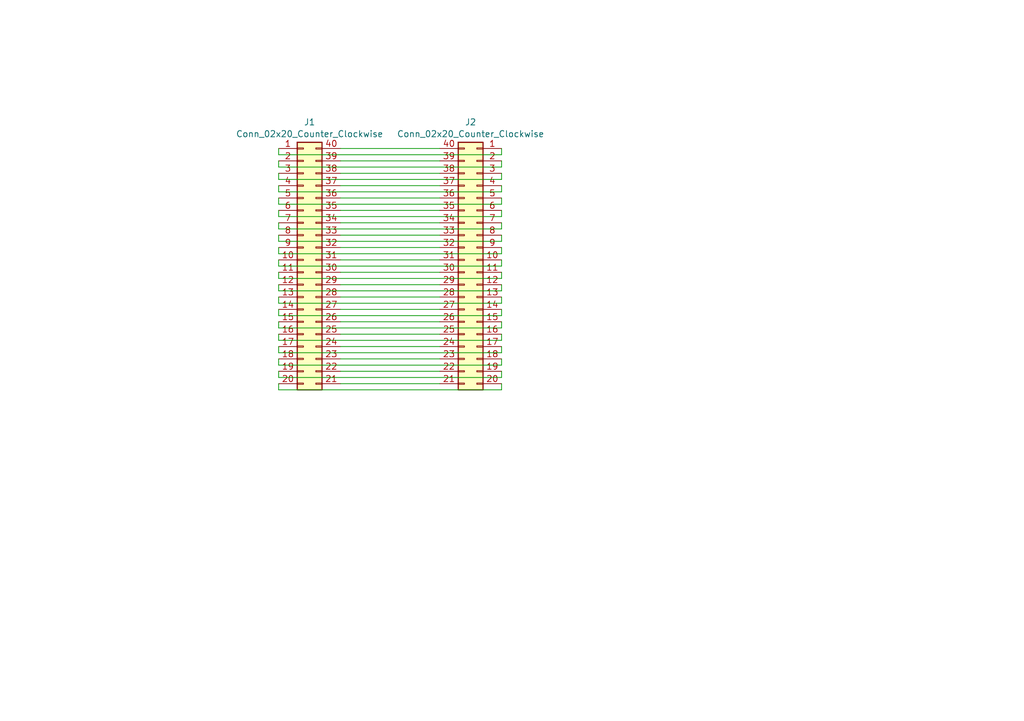
<source format=kicad_sch>
(kicad_sch (version 20230121) (generator eeschema)
  (paper "A5")
  (title_block (title "DIP40 Breakout board") (date "2023-07-10") (rev "1"))
  (lib_symbols
    (symbol "Connector_Generic:Conn_02x20_Counter_Clockwise" (pin_names (offset 1.016) hide)
      (property "Reference" "J" (at 1.27 25.4 0))
      (property "Value" "Conn_02x20_Counter_Clockwise" (at 1.27 -27.94 0))
      (symbol "Conn_02x20_Counter_Clockwise_1_1"
        (rectangle (start -1.27 -25.273) (end 0 -25.527) (stroke (width 0.1524)))
        (rectangle (start -1.27 -22.733) (end 0 -22.987) (stroke (width 0.1524)))
        (rectangle (start -1.27 -20.193) (end 0 -20.447) (stroke (width 0.1524)))
        (rectangle (start -1.27 -17.653) (end 0 -17.907) (stroke (width 0.1524)))
        (rectangle (start -1.27 -15.113) (end 0 -15.367) (stroke (width 0.1524)))
        (rectangle (start -1.27 -12.573) (end 0 -12.827) (stroke (width 0.1524)))
        (rectangle (start -1.27 -10.033) (end 0 -10.287) (stroke (width 0.1524)))
        (rectangle (start -1.27 -7.493) (end 0 -7.747) (stroke (width 0.1524)))
        (rectangle (start -1.27 -4.953) (end 0 -5.207) (stroke (width 0.1524)))
        (rectangle (start -1.27 -2.413) (end 0 -2.667) (stroke (width 0.1524)))
        (rectangle (start -1.27 0.127) (end 0 -0.127) (stroke (width 0.1524)))
        (rectangle (start -1.27 2.667) (end 0 2.413) (stroke (width 0.1524)))
        (rectangle (start -1.27 5.207) (end 0 4.953) (stroke (width 0.1524)))
        (rectangle (start -1.27 7.747) (end 0 7.493) (stroke (width 0.1524)))
        (rectangle (start -1.27 10.287) (end 0 10.033) (stroke (width 0.1524)))
        (rectangle (start -1.27 12.827) (end 0 12.573) (stroke (width 0.1524)))
        (rectangle (start -1.27 15.367) (end 0 15.113) (stroke (width 0.1524)))
        (rectangle (start -1.27 17.907) (end 0 17.653) (stroke (width 0.1524)))
        (rectangle (start -1.27 20.447) (end 0 20.193) (stroke (width 0.1524)))
        (rectangle (start -1.27 22.987) (end 0 22.733) (stroke (width 0.1524)))
        (rectangle (start -1.27 24.13) (end 3.81 -26.67) (stroke (width 0.254)) (fill (type background)))
        (rectangle (start 3.81 -25.273) (end 2.54 -25.527) (stroke (width 0.1524)))
        (rectangle (start 3.81 -22.733) (end 2.54 -22.987) (stroke (width 0.1524)))
        (rectangle (start 3.81 -20.193) (end 2.54 -20.447) (stroke (width 0.1524)))
        (rectangle (start 3.81 -17.653) (end 2.54 -17.907) (stroke (width 0.1524)))
        (rectangle (start 3.81 -15.113) (end 2.54 -15.367) (stroke (width 0.1524)))
        (rectangle (start 3.81 -12.573) (end 2.54 -12.827) (stroke (width 0.1524)))
        (rectangle (start 3.81 -10.033) (end 2.54 -10.287) (stroke (width 0.1524)))
        (rectangle (start 3.81 -7.493) (end 2.54 -7.747) (stroke (width 0.1524)))
        (rectangle (start 3.81 -4.953) (end 2.54 -5.207) (stroke (width 0.1524)))
        (rectangle (start 3.81 -2.413) (end 2.54 -2.667) (stroke (width 0.1524)))
        (rectangle (start 3.81 0.127) (end 2.54 -0.127) (stroke (width 0.1524)))
        (rectangle (start 3.81 2.667) (end 2.54 2.413) (stroke (width 0.1524)))
        (rectangle (start 3.81 5.207) (end 2.54 4.953) (stroke (width 0.1524)))
        (rectangle (start 3.81 7.747) (end 2.54 7.493) (stroke (width 0.1524)))
        (rectangle (start 3.81 10.287) (end 2.54 10.033) (stroke (width 0.1524)))
        (rectangle (start 3.81 12.827) (end 2.54 12.573) (stroke (width 0.1524)))
        (rectangle (start 3.81 15.367) (end 2.54 15.113) (stroke (width 0.1524)))
        (rectangle (start 3.81 17.907) (end 2.54 17.653) (stroke (width 0.1524)))
        (rectangle (start 3.81 20.447) (end 2.54 20.193) (stroke (width 0.1524)))
        (rectangle (start 3.81 22.987) (end 2.54 22.733) (stroke (width 0.1524)))
        (pin passive line (at -5.08 22.86 0) (length 3.81) (name "Pin_1") (number "1"))
        (pin passive line (at -5.08 0 0) (length 3.81) (name "Pin_10") (number "10"))
        (pin passive line (at -5.08 -2.54 0) (length 3.81) (name "Pin_11") (number "11"))
        (pin passive line (at -5.08 -5.08 0) (length 3.81) (name "Pin_12") (number "12"))
        (pin passive line (at -5.08 -7.62 0) (length 3.81) (name "Pin_13") (number "13"))
        (pin passive line (at -5.08 -10.16 0) (length 3.81) (name "Pin_14") (number "14"))
        (pin passive line (at -5.08 -12.7 0) (length 3.81) (name "Pin_15") (number "15"))
        (pin passive line (at -5.08 -15.24 0) (length 3.81) (name "Pin_16") (number "16"))
        (pin passive line (at -5.08 -17.78 0) (length 3.81) (name "Pin_17") (number "17"))
        (pin passive line (at -5.08 -20.32 0) (length 3.81) (name "Pin_18") (number "18"))
        (pin passive line (at -5.08 -22.86 0) (length 3.81) (name "Pin_19") (number "19"))
        (pin passive line (at -5.08 20.32 0) (length 3.81) (name "Pin_2") (number "2"))
        (pin passive line (at -5.08 -25.4 0) (length 3.81) (name "Pin_20") (number "20"))
        (pin passive line (at 7.62 -25.4 180) (length 3.81) (name "Pin_21") (number "21"))
        (pin passive line (at 7.62 -22.86 180) (length 3.81) (name "Pin_22") (number "22"))
        (pin passive line (at 7.62 -20.32 180) (length 3.81) (name "Pin_23") (number "23"))
        (pin passive line (at 7.62 -17.78 180) (length 3.81) (name "Pin_24") (number "24"))
        (pin passive line (at 7.62 -15.24 180) (length 3.81) (name "Pin_25") (number "25"))
        (pin passive line (at 7.62 -12.7 180) (length 3.81) (name "Pin_26") (number "26"))
        (pin passive line (at 7.62 -10.16 180) (length 3.81) (name "Pin_27") (number "27"))
        (pin passive line (at 7.62 -7.62 180) (length 3.81) (name "Pin_28") (number "28"))
        (pin passive line (at 7.62 -5.08 180) (length 3.81) (name "Pin_29") (number "29"))
        (pin passive line (at -5.08 17.78 0) (length 3.81) (name "Pin_3") (number "3"))
        (pin passive line (at 7.62 -2.54 180) (length 3.81) (name "Pin_30") (number "30"))
        (pin passive line (at 7.62 0 180) (length 3.81) (name "Pin_31") (number "31"))
        (pin passive line (at 7.62 2.54 180) (length 3.81) (name "Pin_32") (number "32"))
        (pin passive line (at 7.62 5.08 180) (length 3.81) (name "Pin_33") (number "33"))
        (pin passive line (at 7.62 7.62 180) (length 3.81) (name "Pin_34") (number "34"))
        (pin passive line (at 7.62 10.16 180) (length 3.81) (name "Pin_35") (number "35"))
        (pin passive line (at 7.62 12.7 180) (length 3.81) (name "Pin_36") (number "36"))
        (pin passive line (at 7.62 15.24 180) (length 3.81) (name "Pin_37") (number "37"))
        (pin passive line (at 7.62 17.78 180) (length 3.81) (name "Pin_38") (number "38"))
        (pin passive line (at 7.62 20.32 180) (length 3.81) (name "Pin_39") (number "39"))
        (pin passive line (at -5.08 15.24 0) (length 3.81) (name "Pin_4") (number "4"))
        (pin passive line (at 7.62 22.86 180) (length 3.81) (name "Pin_40") (number "40"))
        (pin passive line (at -5.08 12.7 0) (length 3.81) (name "Pin_5") (number "5"))
        (pin passive line (at -5.08 10.16 0) (length 3.81) (name "Pin_6") (number "6"))
        (pin passive line (at -5.08 7.62 0) (length 3.81) (name "Pin_7") (number "7"))
        (pin passive line (at -5.08 5.08 0) (length 3.81) (name "Pin_8") (number "8"))
        (pin passive line (at -5.08 2.54 0) (length 3.81) (name "Pin_9") (number "9"))
      )
    )
  )
  (wire (pts (xy 57.15 77.47) (xy 102.87 77.47)))
  (wire (pts (xy 69.85 68.58) (xy 90.17 68.58)))
  (wire (pts (xy 102.87 35.56) (xy 102.87 36.83)))
  (wire (pts (xy 102.87 34.29) (xy 102.87 33.02)))
  (wire (pts (xy 57.15 57.15) (xy 57.15 55.88)))
  (wire (pts (xy 102.87 78.74) (xy 102.87 80.01)))
  (wire (pts (xy 102.87 67.31) (xy 57.15 67.31)))
  (wire (pts (xy 57.15 76.2) (xy 57.15 77.47)))
  (wire (pts (xy 102.87 62.23) (xy 57.15 62.23)))
  (wire (pts (xy 102.87 66.04) (xy 102.87 67.31)))
  (wire (pts (xy 57.15 71.12) (xy 57.15 72.39)))
  (wire (pts (xy 57.15 74.93) (xy 57.15 73.66)))
  (wire (pts (xy 57.15 46.99) (xy 57.15 45.72)))
  (wire (pts (xy 102.87 69.85) (xy 57.15 69.85)))
  (wire (pts (xy 57.15 59.69) (xy 102.87 59.69)))
  (wire (pts (xy 102.87 44.45) (xy 102.87 43.18)))
  (wire (pts (xy 57.15 36.83) (xy 57.15 35.56)))
  (wire (pts (xy 57.15 58.42) (xy 57.15 59.69)))
  (wire (pts (xy 69.85 53.34) (xy 90.17 53.34)))
  (wire (pts (xy 69.85 66.04) (xy 90.17 66.04)))
  (wire (pts (xy 69.85 76.2) (xy 90.17 76.2)))
  (wire (pts (xy 57.15 69.85) (xy 57.15 68.58)))
  (wire (pts (xy 57.15 43.18) (xy 57.15 44.45)))
  (wire (pts (xy 69.85 55.88) (xy 90.17 55.88)))
  (wire (pts (xy 102.87 40.64) (xy 102.87 41.91)))
  (wire (pts (xy 102.87 52.07) (xy 57.15 52.07)))
  (wire (pts (xy 57.15 54.61) (xy 102.87 54.61)))
  (wire (pts (xy 57.15 49.53) (xy 102.87 49.53)))
  (wire (pts (xy 102.87 59.69) (xy 102.87 58.42)))
  (wire (pts (xy 69.85 73.66) (xy 90.17 73.66)))
  (wire (pts (xy 57.15 48.26) (xy 57.15 49.53)))
  (wire (pts (xy 102.87 64.77) (xy 102.87 63.5)))
  (wire (pts (xy 57.15 39.37) (xy 102.87 39.37)))
  (wire (pts (xy 57.15 53.34) (xy 57.15 54.61)))
  (wire (pts (xy 102.87 57.15) (xy 57.15 57.15)))
  (wire (pts (xy 69.85 35.56) (xy 90.17 35.56)))
  (wire (pts (xy 57.15 52.07) (xy 57.15 50.8)))
  (wire (pts (xy 69.85 78.74) (xy 90.17 78.74)))
  (wire (pts (xy 57.15 64.77) (xy 102.87 64.77)))
  (wire (pts (xy 69.85 50.8) (xy 90.17 50.8)))
  (wire (pts (xy 102.87 77.47) (xy 102.87 76.2)))
  (wire (pts (xy 102.87 46.99) (xy 57.15 46.99)))
  (wire (pts (xy 102.87 50.8) (xy 102.87 52.07)))
  (wire (pts (xy 102.87 41.91) (xy 57.15 41.91)))
  (wire (pts (xy 69.85 45.72) (xy 90.17 45.72)))
  (wire (pts (xy 57.15 62.23) (xy 57.15 60.96)))
  (wire (pts (xy 57.15 63.5) (xy 57.15 64.77)))
  (wire (pts (xy 57.15 67.31) (xy 57.15 66.04)))
  (wire (pts (xy 102.87 74.93) (xy 57.15 74.93)))
  (wire (pts (xy 69.85 63.5) (xy 90.17 63.5)))
  (wire (pts (xy 102.87 36.83) (xy 57.15 36.83)))
  (wire (pts (xy 102.87 45.72) (xy 102.87 46.99)))
  (wire (pts (xy 69.85 60.96) (xy 90.17 60.96)))
  (wire (pts (xy 102.87 68.58) (xy 102.87 69.85)))
  (wire (pts (xy 69.85 38.1) (xy 90.17 38.1)))
  (wire (pts (xy 69.85 71.12) (xy 90.17 71.12)))
  (wire (pts (xy 69.85 58.42) (xy 90.17 58.42)))
  (wire (pts (xy 102.87 39.37) (xy 102.87 38.1)))
  (wire (pts (xy 57.15 33.02) (xy 57.15 34.29)))
  (wire (pts (xy 69.85 33.02) (xy 90.17 33.02)))
  (wire (pts (xy 102.87 31.75) (xy 102.87 30.48)))
  (wire (pts (xy 57.15 80.01) (xy 57.15 78.74)))
  (wire (pts (xy 57.15 31.75) (xy 102.87 31.75)))
  (wire (pts (xy 69.85 48.26) (xy 90.17 48.26)))
  (wire (pts (xy 57.15 38.1) (xy 57.15 39.37)))
  (wire (pts (xy 102.87 73.66) (xy 102.87 74.93)))
  (wire (pts (xy 57.15 41.91) (xy 57.15 40.64)))
  (wire (pts (xy 102.87 49.53) (xy 102.87 48.26)))
  (wire (pts (xy 57.15 44.45) (xy 102.87 44.45)))
  (wire (pts (xy 102.87 72.39) (xy 102.87 71.12)))
  (wire (pts (xy 57.15 72.39) (xy 102.87 72.39)))
  (wire (pts (xy 102.87 55.88) (xy 102.87 57.15)))
  (wire (pts (xy 57.15 30.48) (xy 57.15 31.75)))
  (wire (pts (xy 102.87 80.01) (xy 57.15 80.01)))
  (wire (pts (xy 69.85 30.48) (xy 90.17 30.48)))
  (wire (pts (xy 102.87 54.61) (xy 102.87 53.34)))
  (wire (pts (xy 57.15 34.29) (xy 102.87 34.29)))
  (wire (pts (xy 69.85 40.64) (xy 90.17 40.64)))
  (wire (pts (xy 69.85 43.18) (xy 90.17 43.18)))
  (wire (pts (xy 102.87 60.96) (xy 102.87 62.23)))
  (symbol (lib_id "Connector_Generic:Conn_02x20_Counter_Clockwise") (at 62.23 53.34 0) (unit 1)
    (property "Reference" "J1" (at 63.5 25.0657 0))
    (property "Value" "Conn_02x20_Counter_Clockwise" (at 63.5 27.4899 0))
    (property "Footprint" "Connector_PinSocket_2.54mm:PinSocket_2x20_P2.54mm_Vertical" (effects hide))
  )
  (symbol (lib_id "Connector_Generic:Conn_02x20_Counter_Clockwise") (at 97.79 53.34 0) (mirror y) (unit 1)
    (property "Reference" "J2" (at 96.52 25.0657 0))
    (property "Value" "Conn_02x20_Counter_Clockwise" (at 96.52 27.4899 0))
    (property "Footprint" "Package_DIP:DIP-40_W15.24mm" (effects hide))
  )
)
</source>
